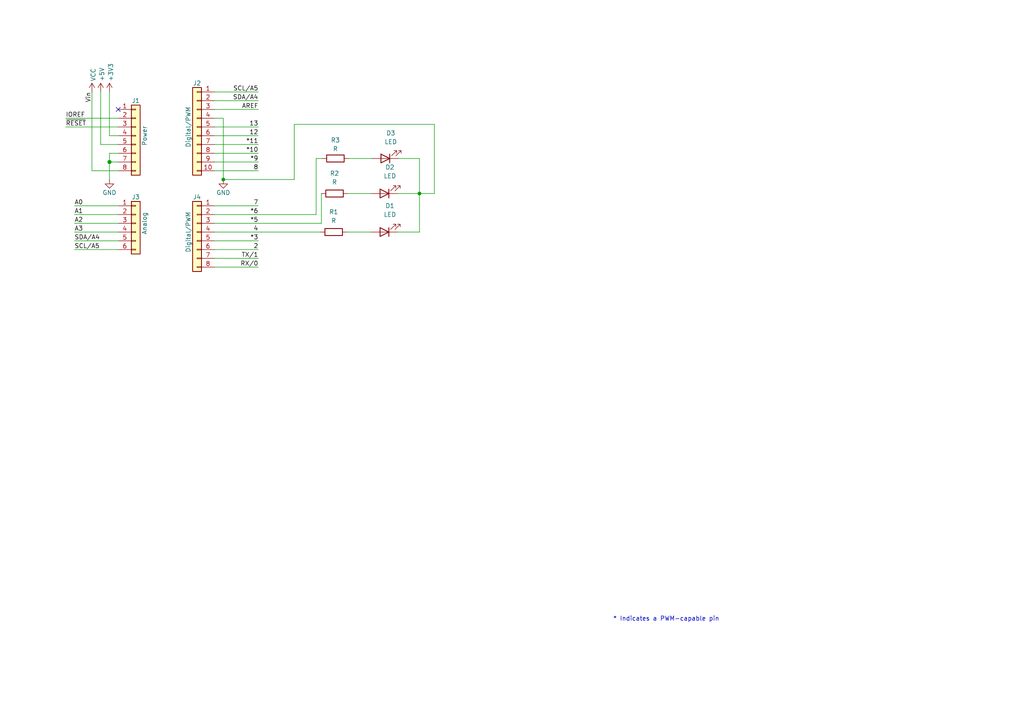
<source format=kicad_sch>
(kicad_sch (version 20230121) (generator eeschema)
  (paper "A4")
  (title_block (date "mar. 31 mars 2015"))
  (lib_symbols
    (symbol "Connector_Generic:Conn_01x06" (pin_names (offset 1.016) hide)
      (property "Reference" "J" (at 0 7.62 0))
      (property "Value" "Conn_01x06" (at 0 -10.16 0))
      (symbol "Conn_01x06_1_1"
        (rectangle (start -1.27 -7.493) (end 0 -7.747) (stroke (width 0.1524)))
        (rectangle (start -1.27 -4.953) (end 0 -5.207) (stroke (width 0.1524)))
        (rectangle (start -1.27 -2.413) (end 0 -2.667) (stroke (width 0.1524)))
        (rectangle (start -1.27 0.127) (end 0 -0.127) (stroke (width 0.1524)))
        (rectangle (start -1.27 2.667) (end 0 2.413) (stroke (width 0.1524)))
        (rectangle (start -1.27 5.207) (end 0 4.953) (stroke (width 0.1524)))
        (rectangle (start -1.27 6.35) (end 1.27 -8.89) (stroke (width 0.254)) (fill (type background)))
        (pin passive line (at -5.08 5.08 0) (length 3.81) (name "Pin_1") (number "1"))
        (pin passive line (at -5.08 2.54 0) (length 3.81) (name "Pin_2") (number "2"))
        (pin passive line (at -5.08 0 0) (length 3.81) (name "Pin_3") (number "3"))
        (pin passive line (at -5.08 -2.54 0) (length 3.81) (name "Pin_4") (number "4"))
        (pin passive line (at -5.08 -5.08 0) (length 3.81) (name "Pin_5") (number "5"))
        (pin passive line (at -5.08 -7.62 0) (length 3.81) (name "Pin_6") (number "6"))
      )
    )
    (symbol "Connector_Generic:Conn_01x08" (pin_names (offset 1.016) hide)
      (property "Reference" "J" (at 0 10.16 0))
      (property "Value" "Conn_01x08" (at 0 -12.7 0))
      (symbol "Conn_01x08_1_1"
        (rectangle (start -1.27 -10.033) (end 0 -10.287) (stroke (width 0.1524)))
        (rectangle (start -1.27 -7.493) (end 0 -7.747) (stroke (width 0.1524)))
        (rectangle (start -1.27 -4.953) (end 0 -5.207) (stroke (width 0.1524)))
        (rectangle (start -1.27 -2.413) (end 0 -2.667) (stroke (width 0.1524)))
        (rectangle (start -1.27 0.127) (end 0 -0.127) (stroke (width 0.1524)))
        (rectangle (start -1.27 2.667) (end 0 2.413) (stroke (width 0.1524)))
        (rectangle (start -1.27 5.207) (end 0 4.953) (stroke (width 0.1524)))
        (rectangle (start -1.27 7.747) (end 0 7.493) (stroke (width 0.1524)))
        (rectangle (start -1.27 8.89) (end 1.27 -11.43) (stroke (width 0.254)) (fill (type background)))
        (pin passive line (at -5.08 7.62 0) (length 3.81) (name "Pin_1") (number "1"))
        (pin passive line (at -5.08 5.08 0) (length 3.81) (name "Pin_2") (number "2"))
        (pin passive line (at -5.08 2.54 0) (length 3.81) (name "Pin_3") (number "3"))
        (pin passive line (at -5.08 0 0) (length 3.81) (name "Pin_4") (number "4"))
        (pin passive line (at -5.08 -2.54 0) (length 3.81) (name "Pin_5") (number "5"))
        (pin passive line (at -5.08 -5.08 0) (length 3.81) (name "Pin_6") (number "6"))
        (pin passive line (at -5.08 -7.62 0) (length 3.81) (name "Pin_7") (number "7"))
        (pin passive line (at -5.08 -10.16 0) (length 3.81) (name "Pin_8") (number "8"))
      )
    )
    (symbol "Connector_Generic:Conn_01x10" (pin_names (offset 1.016) hide)
      (property "Reference" "J" (at 0 12.7 0))
      (property "Value" "Conn_01x10" (at 0 -15.24 0))
      (symbol "Conn_01x10_1_1"
        (rectangle (start -1.27 -12.573) (end 0 -12.827) (stroke (width 0.1524)))
        (rectangle (start -1.27 -10.033) (end 0 -10.287) (stroke (width 0.1524)))
        (rectangle (start -1.27 -7.493) (end 0 -7.747) (stroke (width 0.1524)))
        (rectangle (start -1.27 -4.953) (end 0 -5.207) (stroke (width 0.1524)))
        (rectangle (start -1.27 -2.413) (end 0 -2.667) (stroke (width 0.1524)))
        (rectangle (start -1.27 0.127) (end 0 -0.127) (stroke (width 0.1524)))
        (rectangle (start -1.27 2.667) (end 0 2.413) (stroke (width 0.1524)))
        (rectangle (start -1.27 5.207) (end 0 4.953) (stroke (width 0.1524)))
        (rectangle (start -1.27 7.747) (end 0 7.493) (stroke (width 0.1524)))
        (rectangle (start -1.27 10.287) (end 0 10.033) (stroke (width 0.1524)))
        (rectangle (start -1.27 11.43) (end 1.27 -13.97) (stroke (width 0.254)) (fill (type background)))
        (pin passive line (at -5.08 10.16 0) (length 3.81) (name "Pin_1") (number "1"))
        (pin passive line (at -5.08 -12.7 0) (length 3.81) (name "Pin_10") (number "10"))
        (pin passive line (at -5.08 7.62 0) (length 3.81) (name "Pin_2") (number "2"))
        (pin passive line (at -5.08 5.08 0) (length 3.81) (name "Pin_3") (number "3"))
        (pin passive line (at -5.08 2.54 0) (length 3.81) (name "Pin_4") (number "4"))
        (pin passive line (at -5.08 0 0) (length 3.81) (name "Pin_5") (number "5"))
        (pin passive line (at -5.08 -2.54 0) (length 3.81) (name "Pin_6") (number "6"))
        (pin passive line (at -5.08 -5.08 0) (length 3.81) (name "Pin_7") (number "7"))
        (pin passive line (at -5.08 -7.62 0) (length 3.81) (name "Pin_8") (number "8"))
        (pin passive line (at -5.08 -10.16 0) (length 3.81) (name "Pin_9") (number "9"))
      )
    )
    (symbol "Device:LED" (pin_numbers hide) (pin_names (offset 1.016) hide)
      (property "Reference" "D" (at 0 2.54 0))
      (property "Value" "LED" (at 0 -2.54 0))
      (symbol "LED_0_1"
        (polyline (pts (xy -1.27 -1.27) (xy -1.27 1.27)) (stroke (width 0.254)))
        (polyline (pts (xy -1.27 0) (xy 1.27 0)))
        (polyline (pts (xy 1.27 -1.27) (xy 1.27 1.27) (xy -1.27 0) (xy 1.27 -1.27)) (stroke (width 0.254)))
        (polyline (pts (xy -3.048 -0.762) (xy -4.572 -2.286) (xy -3.81 -2.286) (xy -4.572 -2.286) (xy -4.572 -1.524)))
        (polyline (pts (xy -1.778 -0.762) (xy -3.302 -2.286) (xy -2.54 -2.286) (xy -3.302 -2.286) (xy -3.302 -1.524)))
      )
      (symbol "LED_1_1"
        (pin passive line (at -3.81 0 0) (length 2.54) (name "K") (number "1"))
        (pin passive line (at 3.81 0 180) (length 2.54) (name "A") (number "2"))
      )
    )
    (symbol "Device:R" (pin_numbers hide) (pin_names (offset 0))
      (property "Reference" "R" (at 2.032 0 90))
      (property "Value" "R" (at 0 0 90))
      (symbol "R_0_1"
        (rectangle (start -1.016 -2.54) (end 1.016 2.54) (stroke (width 0.254)))
      )
      (symbol "R_1_1"
        (pin passive line (at 0 3.81 270) (length 1.27) (name "~") (number "1"))
        (pin passive line (at 0 -3.81 90) (length 1.27) (name "~") (number "2"))
      )
    )
    (symbol "power:+3V3" (power) (pin_names (offset 0))
      (property "Value" "+3V3" (at 0 3.556 0))
      (symbol "+3V3_0_1"
        (polyline (pts (xy -0.762 1.27) (xy 0 2.54)))
        (polyline (pts (xy 0 0) (xy 0 2.54)))
        (polyline (pts (xy 0 2.54) (xy 0.762 1.27)))
      )
      (symbol "+3V3_1_1"
        (pin power_in line (at 0 0 90) (length 0) hide (name "+3V3") (number "1"))
      )
    )
    (symbol "power:+5V" (power) (pin_names (offset 0))
      (property "Value" "+5V" (at 0 3.556 0))
      (symbol "+5V_0_1"
        (polyline (pts (xy -0.762 1.27) (xy 0 2.54)))
        (polyline (pts (xy 0 0) (xy 0 2.54)))
        (polyline (pts (xy 0 2.54) (xy 0.762 1.27)))
      )
      (symbol "+5V_1_1"
        (pin power_in line (at 0 0 90) (length 0) hide (name "+5V") (number "1"))
      )
    )
    (symbol "power:GND" (power) (pin_names (offset 0))
      (property "Value" "GND" (at 0 -3.81 0))
      (symbol "GND_0_1"
        (polyline (pts (xy 0 0) (xy 0 -1.27) (xy 1.27 -1.27) (xy 0 -2.54) (xy -1.27 -1.27) (xy 0 -1.27)))
      )
      (symbol "GND_1_1"
        (pin power_in line (at 0 0 270) (length 0) hide (name "GND") (number "1"))
      )
    )
    (symbol "power:VCC" (power) (pin_names (offset 0))
      (property "Value" "VCC" (at 0 3.81 0))
      (symbol "VCC_0_1"
        (polyline (pts (xy -0.762 1.27) (xy 0 2.54)))
        (polyline (pts (xy 0 0) (xy 0 2.54)))
        (polyline (pts (xy 0 2.54) (xy 0.762 1.27)))
      )
      (symbol "VCC_1_1"
        (pin power_in line (at 0 0 90) (length 0) hide (name "VCC") (number "1"))
      )
    )
  )
  (junction (at 121.666 56.134))
  (junction (at 31.75 46.99) (diameter 1.016))
  (junction (at 64.77 52.07))
  (no_connect (at 34.29 31.75))
  (wire (pts (xy 62.23 77.47) (xy 74.93 77.47)))
  (wire (pts (xy 91.694 45.974) (xy 91.694 62.23)))
  (wire (pts (xy 62.23 44.45) (xy 74.93 44.45)))
  (wire (pts (xy 62.23 26.67) (xy 74.93 26.67)))
  (wire (pts (xy 100.584 67.31) (xy 107.696 67.31)))
  (wire (pts (xy 121.666 56.134) (xy 121.666 67.31)))
  (wire (pts (xy 100.838 56.134) (xy 107.696 56.134)))
  (wire (pts (xy 31.75 44.45) (xy 31.75 46.99)))
  (wire (pts (xy 21.59 72.39) (xy 34.29 72.39)))
  (wire (pts (xy 31.75 46.99) (xy 31.75 52.07)))
  (wire (pts (xy 31.75 39.37) (xy 34.29 39.37)))
  (wire (pts (xy 29.21 41.91) (xy 34.29 41.91)))
  (wire (pts (xy 93.218 56.134) (xy 93.218 64.77)))
  (wire (pts (xy 29.21 26.67) (xy 29.21 41.91)))
  (wire (pts (xy 121.666 45.974) (xy 121.666 56.134)))
  (wire (pts (xy 62.23 36.83) (xy 74.93 36.83)))
  (wire (pts (xy 31.75 26.67) (xy 31.75 39.37)))
  (wire (pts (xy 62.23 59.69) (xy 74.93 59.69)))
  (wire (pts (xy 34.29 59.69) (xy 21.59 59.69)))
  (wire (pts (xy 62.23 39.37) (xy 74.93 39.37)))
  (wire (pts (xy 62.23 62.23) (xy 91.694 62.23)))
  (wire (pts (xy 62.23 67.31) (xy 92.964 67.31)))
  (wire (pts (xy 62.23 46.99) (xy 74.93 46.99)))
  (wire (pts (xy 19.05 34.29) (xy 34.29 34.29)))
  (wire (pts (xy 125.984 56.134) (xy 125.984 36.068)))
  (wire (pts (xy 85.344 52.07) (xy 64.77 52.07)))
  (wire (pts (xy 101.092 45.974) (xy 107.95 45.974)))
  (wire (pts (xy 64.77 34.29) (xy 64.77 52.07)))
  (wire (pts (xy 115.316 56.134) (xy 121.666 56.134)))
  (wire (pts (xy 62.23 31.75) (xy 74.93 31.75)))
  (wire (pts (xy 34.29 64.77) (xy 21.59 64.77)))
  (wire (pts (xy 19.05 36.83) (xy 34.29 36.83)))
  (wire (pts (xy 125.984 36.068) (xy 85.344 36.068)))
  (wire (pts (xy 34.29 46.99) (xy 31.75 46.99)))
  (wire (pts (xy 85.344 36.068) (xy 85.344 52.07)))
  (wire (pts (xy 34.29 49.53) (xy 26.67 49.53)))
  (wire (pts (xy 21.59 62.23) (xy 34.29 62.23)))
  (wire (pts (xy 62.23 34.29) (xy 64.77 34.29)))
  (wire (pts (xy 34.29 44.45) (xy 31.75 44.45)))
  (wire (pts (xy 62.23 41.91) (xy 74.93 41.91)))
  (wire (pts (xy 93.472 45.974) (xy 91.694 45.974)))
  (wire (pts (xy 62.23 64.77) (xy 93.218 64.77)))
  (wire (pts (xy 121.666 45.974) (xy 115.57 45.974)))
  (wire (pts (xy 21.59 67.31) (xy 34.29 67.31)))
  (wire (pts (xy 115.316 67.31) (xy 121.666 67.31)))
  (wire (pts (xy 62.23 29.21) (xy 74.93 29.21)))
  (wire (pts (xy 62.23 72.39) (xy 74.93 72.39)))
  (wire (pts (xy 62.23 69.85) (xy 74.93 69.85)))
  (wire (pts (xy 121.666 56.134) (xy 125.984 56.134)))
  (wire (pts (xy 62.23 74.93) (xy 74.93 74.93)))
  (wire (pts (xy 26.67 49.53) (xy 26.67 26.67)))
  (wire (pts (xy 34.29 69.85) (xy 21.59 69.85)))
  (wire (pts (xy 62.23 49.53) (xy 74.93 49.53)))
  (text "* Indicates a PWM-capable pin" (at 177.8 180.34 0) (effects (font (size 1.27 1.27)) (justify left bottom)))
  (label "RX{slash}0" (at 74.93 77.47 180))
  (label "A2" (at 21.59 64.77 0))
  (label "4" (at 74.93 67.31 180))
  (label "2" (at 74.93 72.39 180))
  (label "A3" (at 21.59 67.31 0))
  (label "13" (at 74.93 36.83 180))
  (label "12" (at 74.93 39.37 180))
  (label "~{RESET}" (at 19.05 36.83 0))
  (label "*10" (at 74.93 44.45 180))
  (label "7" (at 74.93 59.69 180))
  (label "SDA{slash}A4" (at 74.93 29.21 180))
  (label "8" (at 74.93 49.53 180))
  (label "*11" (at 74.93 41.91 180))
  (label "*3" (at 74.93 69.85 180))
  (label "A1" (at 21.59 62.23 0))
  (label "TX{slash}1" (at 74.93 74.93 180))
  (label "A0" (at 21.59 59.69 0))
  (label "AREF" (at 74.93 31.75 180))
  (label "Vin" (at 26.67 26.67 270))
  (label "*6" (at 74.93 62.23 180))
  (label "SCL{slash}A5" (at 74.93 26.67 180))
  (label "*9" (at 74.93 46.99 180))
  (label "*5" (at 74.93 64.77 180))
  (label "IOREF" (at 19.05 34.29 0))
  (label "SDA{slash}A4" (at 21.59 69.85 0))
  (label "SCL{slash}A5" (at 21.59 72.39 0))
  (symbol (lib_id "Connector_Generic:Conn_01x08") (at 39.37 39.37 0) (unit 1)
    (property "Reference" "J1" (at 39.37 29.21 0))
    (property "Value" "Power" (at 41.91 39.37 90))
    (property "Footprint" "Connector_PinSocket_2.54mm:PinSocket_1x08_P2.54mm_Vertical" (effects hide))
  )
  (symbol (lib_id "power:+3V3") (at 31.75 26.67 0) (unit 1)
    (property "Reference" "#PWR03" (effects hide))
    (property "Value" "+3.3V" (at 32.131 23.622 90) (effects (justify left)))
  )
  (symbol (lib_id "power:+5V") (at 29.21 26.67 0) (unit 1)
    (property "Reference" "#PWR02" (effects hide))
    (property "Value" "+5V" (at 29.5656 23.622 90) (effects (justify left)))
  )
  (symbol (lib_id "power:GND") (at 31.75 52.07 0) (unit 1)
    (property "Reference" "#PWR04" (effects hide))
    (property "Value" "GND" (at 31.75 55.88 0))
  )
  (symbol (lib_id "Connector_Generic:Conn_01x10") (at 57.15 36.83 0) (mirror y) (unit 1)
    (property "Reference" "J2" (at 57.15 24.13 0))
    (property "Value" "Digital/PWM" (at 54.61 36.83 90))
    (property "Footprint" "Connector_PinSocket_2.54mm:PinSocket_1x10_P2.54mm_Vertical" (effects hide))
  )
  (symbol (lib_id "power:GND") (at 64.77 52.07 0) (unit 1)
    (property "Reference" "#PWR05" (effects hide))
    (property "Value" "GND" (at 64.77 55.88 0))
  )
  (symbol (lib_id "Connector_Generic:Conn_01x06") (at 39.37 64.77 0) (unit 1)
    (property "Reference" "J3" (at 39.37 57.15 0))
    (property "Value" "Analog" (at 41.91 64.77 90))
    (property "Footprint" "Connector_PinSocket_2.54mm:PinSocket_1x06_P2.54mm_Vertical" (effects hide))
  )
  (symbol (lib_id "Connector_Generic:Conn_01x08") (at 57.15 67.31 0) (mirror y) (unit 1)
    (property "Reference" "J4" (at 57.15 57.15 0))
    (property "Value" "Digital/PWM" (at 54.61 67.31 90))
    (property "Footprint" "Connector_PinSocket_2.54mm:PinSocket_1x08_P2.54mm_Vertical" (effects hide))
  )
  (symbol (lib_id "Device:LED") (at 111.506 56.134 180) (unit 1)
    (property "Reference" "D2" (at 113.0935 48.514 0))
    (property "Value" "LED" (at 113.0935 51.054 0))
    (property "Footprint" "LED_THT:LED_D3.0mm" (effects hide))
  )
  (symbol (lib_id "Device:R") (at 96.774 67.31 90) (unit 1)
    (property "Reference" "R1" (at 96.774 61.468 90))
    (property "Value" "R" (at 96.774 64.008 90))
    (property "Footprint" "Resistor_THT:R_Axial_DIN0204_L3.6mm_D1.6mm_P7.62mm_Horizontal" (effects hide))
  )
  (symbol (lib_id "power:VCC") (at 26.67 26.67 0) (unit 1)
    (property "Reference" "#PWR01" (effects hide))
    (property "Value" "VCC" (at 27.051 23.622 90) (effects (justify left)))
  )
  (symbol (lib_id "Device:LED") (at 111.506 67.31 180) (unit 1)
    (property "Reference" "D1" (at 113.0935 59.69 0))
    (property "Value" "LED" (at 113.0935 62.23 0))
    (property "Footprint" "LED_THT:LED_D3.0mm" (effects hide))
  )
  (symbol (lib_id "Device:R") (at 97.028 56.134 90) (unit 1)
    (property "Reference" "R2" (at 97.028 50.292 90))
    (property "Value" "R" (at 97.028 52.832 90))
    (property "Footprint" "Resistor_THT:R_Axial_DIN0204_L3.6mm_D1.6mm_P7.62mm_Horizontal" (effects hide))
  )
  (symbol (lib_id "Device:R") (at 97.282 45.974 90) (unit 1)
    (property "Reference" "R3" (at 97.282 40.64 90))
    (property "Value" "R" (at 97.282 43.18 90))
    (property "Footprint" "Resistor_THT:R_Axial_DIN0204_L3.6mm_D1.6mm_P7.62mm_Horizontal" (effects hide))
  )
  (symbol (lib_id "Device:LED") (at 111.76 45.974 180) (unit 1)
    (property "Reference" "D3" (at 113.3475 38.608 0))
    (property "Value" "LED" (at 113.3475 41.148 0))
    (property "Footprint" "LED_THT:LED_D3.0mm" (effects hide))
  )
)
</source>
